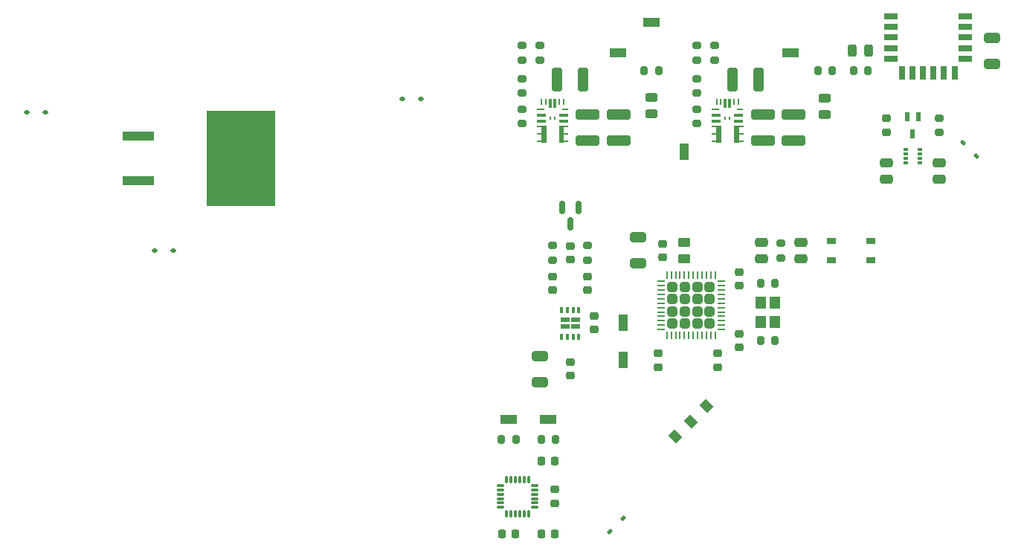
<source format=gtp>
G04 #@! TF.GenerationSoftware,KiCad,Pcbnew,7.0.10-7.0.10~ubuntu22.04.1*
G04 #@! TF.CreationDate,2024-02-06T20:51:40-05:00*
G04 #@! TF.ProjectId,PCB,5043422e-6b69-4636-9164-5f7063625858,rev?*
G04 #@! TF.SameCoordinates,Original*
G04 #@! TF.FileFunction,Paste,Top*
G04 #@! TF.FilePolarity,Positive*
%FSLAX46Y46*%
G04 Gerber Fmt 4.6, Leading zero omitted, Abs format (unit mm)*
G04 Created by KiCad (PCBNEW 7.0.10-7.0.10~ubuntu22.04.1) date 2024-02-06 20:51:40*
%MOMM*%
%LPD*%
G01*
G04 APERTURE LIST*
G04 Aperture macros list*
%AMRoundRect*
0 Rectangle with rounded corners*
0 $1 Rounding radius*
0 $2 $3 $4 $5 $6 $7 $8 $9 X,Y pos of 4 corners*
0 Add a 4 corners polygon primitive as box body*
4,1,4,$2,$3,$4,$5,$6,$7,$8,$9,$2,$3,0*
0 Add four circle primitives for the rounded corners*
1,1,$1+$1,$2,$3*
1,1,$1+$1,$4,$5*
1,1,$1+$1,$6,$7*
1,1,$1+$1,$8,$9*
0 Add four rect primitives between the rounded corners*
20,1,$1+$1,$2,$3,$4,$5,0*
20,1,$1+$1,$4,$5,$6,$7,0*
20,1,$1+$1,$6,$7,$8,$9,0*
20,1,$1+$1,$8,$9,$2,$3,0*%
%AMRotRect*
0 Rectangle, with rotation*
0 The origin of the aperture is its center*
0 $1 length*
0 $2 width*
0 $3 Rotation angle, in degrees counterclockwise*
0 Add horizontal line*
21,1,$1,$2,0,0,$3*%
G04 Aperture macros list end*
%ADD10RoundRect,0.200000X-0.275000X0.200000X-0.275000X-0.200000X0.275000X-0.200000X0.275000X0.200000X0*%
%ADD11RoundRect,0.243750X0.243750X0.456250X-0.243750X0.456250X-0.243750X-0.456250X0.243750X-0.456250X0*%
%ADD12RoundRect,0.250000X0.475000X-0.250000X0.475000X0.250000X-0.475000X0.250000X-0.475000X-0.250000X0*%
%ADD13RoundRect,0.225000X-0.225000X-0.250000X0.225000X-0.250000X0.225000X0.250000X-0.225000X0.250000X0*%
%ADD14RoundRect,0.250000X0.450000X-0.262500X0.450000X0.262500X-0.450000X0.262500X-0.450000X-0.262500X0*%
%ADD15RoundRect,0.250000X1.100000X-0.325000X1.100000X0.325000X-1.100000X0.325000X-1.100000X-0.325000X0*%
%ADD16RoundRect,0.243750X-0.456250X0.243750X-0.456250X-0.243750X0.456250X-0.243750X0.456250X0.243750X0*%
%ADD17R,0.812800X0.254000*%
%ADD18R,1.092200X0.304800*%
%ADD19R,0.508000X0.254000*%
%ADD20R,0.711200X0.254000*%
%ADD21R,0.254000X0.711200*%
%ADD22R,0.304800X1.092200*%
%ADD23R,0.254000X0.406400*%
%ADD24R,1.950000X1.100000*%
%ADD25RotRect,1.000000X1.200000X45.000000*%
%ADD26R,1.000000X0.600000*%
%ADD27R,0.350000X0.650000*%
%ADD28RoundRect,0.200000X0.200000X0.275000X-0.200000X0.275000X-0.200000X-0.275000X0.200000X-0.275000X0*%
%ADD29RoundRect,0.225000X-0.250000X0.225000X-0.250000X-0.225000X0.250000X-0.225000X0.250000X0.225000X0*%
%ADD30RoundRect,0.250000X-0.325000X-1.100000X0.325000X-1.100000X0.325000X1.100000X-0.325000X1.100000X0*%
%ADD31RoundRect,0.112500X-0.212132X0.053033X0.053033X-0.212132X0.212132X-0.053033X-0.053033X0.212132X0*%
%ADD32RoundRect,0.200000X0.275000X-0.200000X0.275000X0.200000X-0.275000X0.200000X-0.275000X-0.200000X0*%
%ADD33RoundRect,0.225000X0.250000X-0.225000X0.250000X0.225000X-0.250000X0.225000X-0.250000X-0.225000X0*%
%ADD34R,1.100000X1.950000*%
%ADD35R,0.500000X1.000000*%
%ADD36RoundRect,0.250000X-0.475000X0.250000X-0.475000X-0.250000X0.475000X-0.250000X0.475000X0.250000X0*%
%ADD37RoundRect,0.112500X-0.187500X-0.112500X0.187500X-0.112500X0.187500X0.112500X-0.187500X0.112500X0*%
%ADD38RoundRect,0.075000X-0.350000X-0.075000X0.350000X-0.075000X0.350000X0.075000X-0.350000X0.075000X0*%
%ADD39RoundRect,0.075000X0.075000X-0.350000X0.075000X0.350000X-0.075000X0.350000X-0.075000X-0.350000X0*%
%ADD40RoundRect,0.250000X-0.650000X0.325000X-0.650000X-0.325000X0.650000X-0.325000X0.650000X0.325000X0*%
%ADD41R,3.620000X1.140000*%
%ADD42R,7.860000X10.860000*%
%ADD43R,1.498600X0.711200*%
%ADD44R,0.711200X1.498600*%
%ADD45RoundRect,0.112500X-0.053033X-0.212132X0.212132X0.053033X0.053033X0.212132X-0.212132X-0.053033X0*%
%ADD46R,1.200000X1.400000*%
%ADD47RoundRect,0.250000X0.315000X0.315000X-0.315000X0.315000X-0.315000X-0.315000X0.315000X-0.315000X0*%
%ADD48RoundRect,0.062500X0.375000X0.062500X-0.375000X0.062500X-0.375000X-0.062500X0.375000X-0.062500X0*%
%ADD49RoundRect,0.062500X0.062500X0.375000X-0.062500X0.375000X-0.062500X-0.375000X0.062500X-0.375000X0*%
%ADD50R,0.475000X0.300000*%
%ADD51RoundRect,0.200000X-0.200000X-0.275000X0.200000X-0.275000X0.200000X0.275000X-0.200000X0.275000X0*%
%ADD52RoundRect,0.250000X0.650000X-0.325000X0.650000X0.325000X-0.650000X0.325000X-0.650000X-0.325000X0*%
%ADD53R,1.000000X0.700000*%
%ADD54RoundRect,0.150000X-0.150000X0.587500X-0.150000X-0.587500X0.150000X-0.587500X0.150000X0.587500X0*%
G04 APERTURE END LIST*
G36*
X102792000Y-36727000D02*
G01*
X102208000Y-36727000D01*
X102208000Y-34773000D01*
X102792000Y-34773000D01*
X102792000Y-36727000D01*
G37*
G36*
X104792000Y-36727000D02*
G01*
X104208000Y-36727000D01*
X104208000Y-34773000D01*
X104792000Y-34773000D01*
X104792000Y-36727000D01*
G37*
G36*
X122692000Y-36727000D02*
G01*
X122108000Y-36727000D01*
X122108000Y-34773000D01*
X122692000Y-34773000D01*
X122692000Y-36727000D01*
G37*
G36*
X124692000Y-36727000D02*
G01*
X124108000Y-36727000D01*
X124108000Y-34773000D01*
X124692000Y-34773000D01*
X124692000Y-36727000D01*
G37*
D10*
X100000000Y-29425000D03*
X100000000Y-31075000D03*
D11*
X139437500Y-26250000D03*
X137562500Y-26250000D03*
D12*
X127250000Y-49950000D03*
X127250000Y-48050000D03*
D13*
X102225000Y-81250000D03*
X103775000Y-81250000D03*
D14*
X118500000Y-49912500D03*
X118500000Y-48087500D03*
D15*
X111000000Y-36475000D03*
X111000000Y-33525000D03*
D16*
X134500000Y-31625000D03*
X134500000Y-33500000D03*
D17*
X102106000Y-32950000D03*
D18*
X102246000Y-33599999D03*
X102246000Y-34250000D03*
D19*
X101954000Y-34900000D03*
X101954000Y-35750001D03*
X101954000Y-36600000D03*
X105046000Y-36600000D03*
X105046000Y-35750001D03*
X105046000Y-34900000D03*
D18*
X104754000Y-34250000D03*
X104754000Y-33599999D03*
D20*
X104944000Y-32950000D03*
D21*
X104750000Y-32056000D03*
X104250001Y-32056000D03*
D22*
X103750000Y-32246000D03*
X103250000Y-32246000D03*
D21*
X102749999Y-32056000D03*
X102250000Y-32056000D03*
D23*
X103250000Y-33925000D03*
X103750000Y-33925000D03*
D10*
X147500000Y-33925000D03*
X147500000Y-35575000D03*
D24*
X130540000Y-26500000D03*
D25*
X117429111Y-70214645D03*
X119196878Y-68446878D03*
X120964645Y-66679111D03*
D15*
X127400000Y-36475000D03*
X127400000Y-33525000D03*
D26*
X104900000Y-57687500D03*
X106100000Y-57687500D03*
X104900000Y-56912500D03*
X106100000Y-56912500D03*
D27*
X104525000Y-58850000D03*
X105175000Y-58850000D03*
X105825000Y-58850000D03*
X106475000Y-58850000D03*
X106475000Y-55750000D03*
X105825000Y-55750000D03*
X105175000Y-55750000D03*
X104525000Y-55750000D03*
D10*
X119900000Y-29425000D03*
X119900000Y-31075000D03*
D28*
X139400000Y-28500000D03*
X137750000Y-28500000D03*
D29*
X105500000Y-48475000D03*
X105500000Y-50025000D03*
X107500000Y-51975000D03*
X107500000Y-53525000D03*
D10*
X102000000Y-25675000D03*
X102000000Y-27325000D03*
D30*
X104025000Y-29500000D03*
X106975000Y-29500000D03*
D28*
X115575000Y-28500000D03*
X113925000Y-28500000D03*
X135325000Y-28500000D03*
X133675000Y-28500000D03*
D31*
X150250000Y-36750000D03*
X151734924Y-38234924D03*
D32*
X119900000Y-27325000D03*
X119900000Y-25675000D03*
D13*
X97725000Y-81250000D03*
X99275000Y-81250000D03*
D33*
X141500000Y-35525000D03*
X141500000Y-33975000D03*
D34*
X118500000Y-37750000D03*
D10*
X103500000Y-48425000D03*
X103500000Y-50075000D03*
D35*
X145150000Y-33750000D03*
X143850000Y-33750000D03*
X144500000Y-35750000D03*
D36*
X131750000Y-48050000D03*
X131750000Y-49950000D03*
D17*
X122006000Y-32950000D03*
D18*
X122146000Y-33599999D03*
X122146000Y-34250000D03*
D19*
X121854000Y-34900000D03*
X121854000Y-35750001D03*
X121854000Y-36600000D03*
X124946000Y-36600000D03*
X124946000Y-35750001D03*
X124946000Y-34900000D03*
D18*
X124654000Y-34250000D03*
X124654000Y-33599999D03*
D20*
X124844000Y-32950000D03*
D21*
X124650000Y-32056000D03*
X124150001Y-32056000D03*
D22*
X123650000Y-32246000D03*
X123150000Y-32246000D03*
D21*
X122649999Y-32056000D03*
X122150000Y-32056000D03*
D23*
X123150000Y-33925000D03*
X123650000Y-33925000D03*
D24*
X103000000Y-68250000D03*
D37*
X86400000Y-31750000D03*
X88500000Y-31750000D03*
D10*
X100000000Y-32925000D03*
X100000000Y-34575000D03*
D38*
X97550000Y-75750000D03*
X97550000Y-76250000D03*
X97550000Y-76750000D03*
X97550000Y-77250000D03*
X97550000Y-77750000D03*
X97550000Y-78250000D03*
D39*
X98250000Y-78950000D03*
X98750000Y-78950000D03*
X99250000Y-78950000D03*
X99750000Y-78950000D03*
X100250000Y-78950000D03*
X100750000Y-78950000D03*
D38*
X101450000Y-78250000D03*
X101450000Y-77750000D03*
X101450000Y-77250000D03*
X101450000Y-76750000D03*
X101450000Y-76250000D03*
X101450000Y-75750000D03*
D39*
X100750000Y-75050000D03*
X100250000Y-75050000D03*
X99750000Y-75050000D03*
X99250000Y-75050000D03*
X98750000Y-75050000D03*
X98250000Y-75050000D03*
D40*
X153500000Y-24775000D03*
X153500000Y-27725000D03*
D33*
X105500000Y-63275000D03*
X105500000Y-61725000D03*
D41*
X56360000Y-35960000D03*
D42*
X68000000Y-38500000D03*
D41*
X56360000Y-41040000D03*
D32*
X100000000Y-27325000D03*
X100000000Y-25675000D03*
D34*
X111500000Y-61500000D03*
X111500000Y-57250000D03*
D33*
X108250000Y-58025000D03*
X108250000Y-56475000D03*
D29*
X103500000Y-51975000D03*
X103500000Y-53525000D03*
D43*
X141999310Y-22349999D03*
X141999310Y-23548879D03*
X141999310Y-24747759D03*
X141999310Y-25946639D03*
X141999310Y-27145519D03*
D44*
X143252800Y-28800370D03*
X144451680Y-28800370D03*
X145650560Y-28800370D03*
X146849440Y-28800370D03*
X148048320Y-28800370D03*
X149247200Y-28800370D03*
D43*
X150500690Y-27145519D03*
X150500690Y-25946639D03*
X150500690Y-24747759D03*
X150500690Y-23548879D03*
X150500690Y-22349999D03*
D45*
X110015076Y-80984924D03*
X111500000Y-79500000D03*
D13*
X102200000Y-73000000D03*
X103750000Y-73000000D03*
D46*
X128800000Y-57100000D03*
X128800000Y-54900000D03*
X127200000Y-54900000D03*
X127200000Y-57100000D03*
D10*
X121900000Y-25675000D03*
X121900000Y-27325000D03*
D28*
X128825000Y-59250000D03*
X127175000Y-59250000D03*
D33*
X124750000Y-53025000D03*
X124750000Y-51475000D03*
D47*
X121350000Y-57350000D03*
X121350000Y-55950000D03*
X121350000Y-54550000D03*
X121350000Y-53150000D03*
X119950000Y-57350000D03*
X119950000Y-55950000D03*
X119950000Y-54550000D03*
X119950000Y-53150000D03*
X118550000Y-57350000D03*
X118550000Y-55950000D03*
X118550000Y-54550000D03*
X118550000Y-53150000D03*
X117150000Y-57350000D03*
X117150000Y-55950000D03*
X117150000Y-54550000D03*
X117150000Y-53150000D03*
D48*
X122687500Y-58000000D03*
X122687500Y-57500000D03*
X122687500Y-57000000D03*
X122687500Y-56500000D03*
X122687500Y-56000000D03*
X122687500Y-55500000D03*
X122687500Y-55000000D03*
X122687500Y-54500000D03*
X122687500Y-54000000D03*
X122687500Y-53500000D03*
X122687500Y-53000000D03*
X122687500Y-52500000D03*
D49*
X122000000Y-51812500D03*
X121500000Y-51812500D03*
X121000000Y-51812500D03*
X120500000Y-51812500D03*
X120000000Y-51812500D03*
X119500000Y-51812500D03*
X119000000Y-51812500D03*
X118500000Y-51812500D03*
X118000000Y-51812500D03*
X117500000Y-51812500D03*
X117000000Y-51812500D03*
X116500000Y-51812500D03*
D48*
X115812500Y-52500000D03*
X115812500Y-53000000D03*
X115812500Y-53500000D03*
X115812500Y-54000000D03*
X115812500Y-54500000D03*
X115812500Y-55000000D03*
X115812500Y-55500000D03*
X115812500Y-56000000D03*
X115812500Y-56500000D03*
X115812500Y-57000000D03*
X115812500Y-57500000D03*
X115812500Y-58000000D03*
D49*
X116500000Y-58687500D03*
X117000000Y-58687500D03*
X117500000Y-58687500D03*
X118000000Y-58687500D03*
X118500000Y-58687500D03*
X119000000Y-58687500D03*
X119500000Y-58687500D03*
X120000000Y-58687500D03*
X120500000Y-58687500D03*
X121000000Y-58687500D03*
X121500000Y-58687500D03*
X122000000Y-58687500D03*
D28*
X99325000Y-70500000D03*
X97675000Y-70500000D03*
D32*
X129500000Y-49825000D03*
X129500000Y-48175000D03*
D16*
X114750000Y-31562500D03*
X114750000Y-33437500D03*
D24*
X98500000Y-68250000D03*
D15*
X107500000Y-36475000D03*
X107500000Y-33525000D03*
D50*
X143662000Y-37500000D03*
X143662000Y-38000000D03*
X143662000Y-38500000D03*
X143662000Y-39000000D03*
X145338000Y-39000000D03*
X145338000Y-38500000D03*
X145338000Y-38000000D03*
X145338000Y-37500000D03*
D30*
X123950000Y-29500000D03*
X126900000Y-29500000D03*
D32*
X107500000Y-50075000D03*
X107500000Y-48425000D03*
D51*
X127175000Y-52750000D03*
X128825000Y-52750000D03*
D40*
X102000000Y-61025000D03*
X102000000Y-63975000D03*
D51*
X102175000Y-70500000D03*
X103825000Y-70500000D03*
D29*
X115500000Y-60725000D03*
X115500000Y-62275000D03*
D33*
X116000000Y-49775000D03*
X116000000Y-48225000D03*
D37*
X58200000Y-49000000D03*
X60300000Y-49000000D03*
D24*
X114750000Y-23000000D03*
D37*
X43650000Y-33250000D03*
X45750000Y-33250000D03*
D36*
X141500000Y-39000000D03*
X141500000Y-40900000D03*
D15*
X130900000Y-36475000D03*
X130900000Y-33525000D03*
D52*
X113250000Y-50475000D03*
X113250000Y-47525000D03*
D10*
X119900000Y-32900000D03*
X119900000Y-34550000D03*
D53*
X135250000Y-47925000D03*
X139750000Y-47925000D03*
X135250000Y-50075000D03*
X139750000Y-50075000D03*
D24*
X110960000Y-26500000D03*
D33*
X103750000Y-77775000D03*
X103750000Y-76225000D03*
D29*
X124750000Y-58475000D03*
X124750000Y-60025000D03*
D54*
X106450000Y-44062500D03*
X104550000Y-44062500D03*
X105500000Y-45937500D03*
D36*
X147500000Y-39000000D03*
X147500000Y-40900000D03*
D29*
X122250000Y-60725000D03*
X122250000Y-62275000D03*
M02*

</source>
